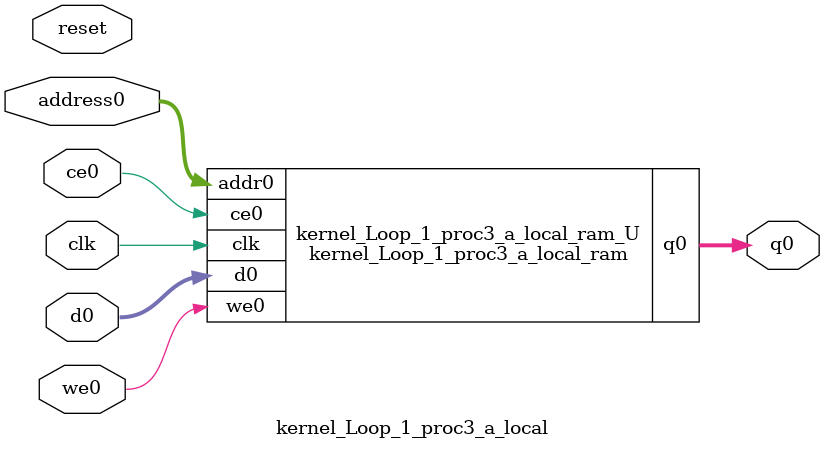
<source format=v>
`timescale 1 ns / 1 ps
module kernel_Loop_1_proc3_a_local_ram (addr0, ce0, d0, we0, q0,  clk);

parameter DWIDTH = 32;
parameter AWIDTH = 7;
parameter MEM_SIZE = 100;

input[AWIDTH-1:0] addr0;
input ce0;
input[DWIDTH-1:0] d0;
input we0;
output reg[DWIDTH-1:0] q0;
input clk;

reg [DWIDTH-1:0] ram[0:MEM_SIZE-1];




always @(posedge clk)  
begin 
    if (ce0) begin
        if (we0) 
            ram[addr0] <= d0; 
        q0 <= ram[addr0];
    end
end


endmodule

`timescale 1 ns / 1 ps
module kernel_Loop_1_proc3_a_local(
    reset,
    clk,
    address0,
    ce0,
    we0,
    d0,
    q0);

parameter DataWidth = 32'd32;
parameter AddressRange = 32'd100;
parameter AddressWidth = 32'd7;
input reset;
input clk;
input[AddressWidth - 1:0] address0;
input ce0;
input we0;
input[DataWidth - 1:0] d0;
output[DataWidth - 1:0] q0;



kernel_Loop_1_proc3_a_local_ram kernel_Loop_1_proc3_a_local_ram_U(
    .clk( clk ),
    .addr0( address0 ),
    .ce0( ce0 ),
    .we0( we0 ),
    .d0( d0 ),
    .q0( q0 ));

endmodule


</source>
